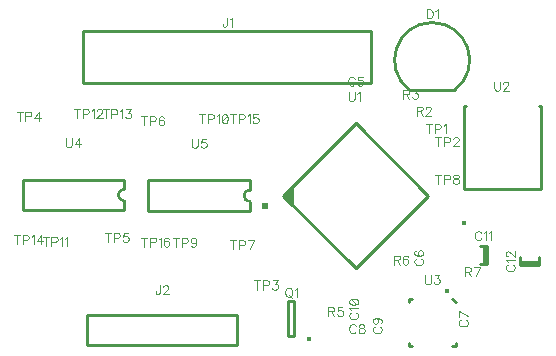
<source format=gbr>
G04 DipTrace 2.4.0.2*
%INTopSilk.gbr*%
%MOIN*%
%ADD10C,0.0098*%
%ADD31C,0.0154*%
%ADD34C,0.0237*%
%ADD37O,0.0154X0.0162*%
%ADD82C,0.0046*%
%FSLAX44Y44*%
G04*
G70*
G90*
G75*
G01*
%LNTopSilk*%
%LPD*%
X20179Y8002D2*
D10*
Y7372D1*
X20254Y8002D2*
Y7372D1*
Y8002D2*
X20018D1*
X20254Y7372D2*
X20018D1*
X22002Y7445D2*
X21372D1*
X22002Y7370D2*
X21372D1*
X22002D2*
Y7606D1*
X21372Y7370D2*
Y7606D1*
X19186Y13187D2*
X17688D1*
X19189Y13189D2*
G03X17685Y13189I-752J998D01*
G01*
X16409Y13427D2*
X6803D1*
Y15159D1*
X16409D1*
Y13427D1*
X6937Y5687D2*
X11937D1*
Y4687D1*
X6937D1*
Y5687D1*
D31*
X14334Y4879D3*
X13833Y4971D2*
D10*
Y6152D1*
X13636D1*
Y4971D1*
X13833D1*
X13466Y9660D2*
X15887Y12082D1*
X18309Y9660D1*
X15887Y7238D1*
X13466Y9660D1*
D34*
X12881Y9326D3*
G36*
X13482Y9655D2*
X13752Y9913D1*
X13482Y9655D1*
G37*
G36*
X13493Y9716D2*
X13827Y10050D1*
Y9271D1*
X13493Y9716D1*
G37*
X19484Y9890D2*
D10*
X22083D1*
X19484Y12646D2*
Y9890D1*
Y12646D2*
X19563D1*
X22083D2*
Y9890D1*
Y12646D2*
X22004D1*
D31*
X19494Y8741D3*
X19114Y6227D2*
D10*
X19232Y6109D1*
X17657Y6227D2*
Y6109D1*
Y6227D2*
X17776D1*
X17657Y4652D2*
X17776D1*
X17657D2*
Y4770D1*
X19232Y4652D2*
X19114D1*
X19232D2*
Y4770D1*
D37*
X18935Y6501D3*
X8177Y10197D2*
D10*
X4791D1*
X8177Y9174D2*
X4791D1*
Y10197D2*
Y9174D1*
X8177Y10197D2*
Y9882D1*
Y9489D2*
Y9174D1*
Y9882D2*
G03X8177Y9489I0J-197D01*
G01*
X12369Y10175D2*
X8983D1*
X12369Y9151D2*
X8983D1*
Y10175D2*
Y9151D1*
X12369Y10175D2*
Y9860D1*
Y9466D2*
Y9151D1*
Y9860D2*
G03X12369Y9466I0J-197D01*
G01*
X15857Y13564D2*
D82*
X15843Y13593D1*
X15814Y13621D1*
X15786Y13636D1*
X15728D1*
X15700Y13621D1*
X15671Y13593D1*
X15657Y13564D1*
X15642Y13521D1*
Y13449D1*
X15657Y13406D1*
X15671Y13377D1*
X15700Y13349D1*
X15728Y13334D1*
X15786D1*
X15814Y13349D1*
X15843Y13377D1*
X15857Y13406D1*
X16122Y13635D2*
X15979D1*
X15965Y13506D1*
X15979Y13521D1*
X16022Y13535D1*
X16065D1*
X16108Y13521D1*
X16137Y13492D1*
X16151Y13449D1*
Y13420D1*
X16137Y13377D1*
X16108Y13349D1*
X16065Y13334D1*
X16022D1*
X15979Y13349D1*
X15965Y13363D1*
X15950Y13392D1*
X17914Y7567D2*
X17886Y7553D1*
X17857Y7524D1*
X17843Y7495D1*
Y7438D1*
X17857Y7409D1*
X17886Y7381D1*
X17914Y7366D1*
X17957Y7352D1*
X18029D1*
X18072Y7366D1*
X18101Y7381D1*
X18129Y7409D1*
X18144Y7438D1*
Y7495D1*
X18129Y7524D1*
X18101Y7553D1*
X18072Y7567D1*
X17886Y7832D2*
X17857Y7817D1*
X17843Y7774D1*
Y7746D1*
X17857Y7703D1*
X17900Y7674D1*
X17972Y7660D1*
X18044D1*
X18101Y7674D1*
X18130Y7703D1*
X18144Y7746D1*
Y7760D1*
X18130Y7803D1*
X18101Y7832D1*
X18058Y7846D1*
X18044D1*
X18000Y7832D1*
X17972Y7803D1*
X17958Y7760D1*
Y7746D1*
X17972Y7703D1*
X18000Y7674D1*
X18044Y7660D1*
X19397Y5520D2*
X19369Y5506D1*
X19340Y5477D1*
X19325Y5449D1*
Y5391D1*
X19340Y5362D1*
X19369Y5334D1*
X19397Y5319D1*
X19440Y5305D1*
X19512D1*
X19555Y5319D1*
X19584Y5334D1*
X19612Y5362D1*
X19627Y5391D1*
Y5449D1*
X19612Y5477D1*
X19584Y5506D1*
X19555Y5520D1*
X19627Y5670D2*
X19326Y5814D1*
Y5613D1*
X15895Y5312D2*
X15880Y5341D1*
X15852Y5369D1*
X15823Y5384D1*
X15766D1*
X15737Y5369D1*
X15708Y5341D1*
X15694Y5312D1*
X15680Y5269D1*
Y5197D1*
X15694Y5154D1*
X15708Y5125D1*
X15737Y5097D1*
X15766Y5082D1*
X15823D1*
X15852Y5097D1*
X15880Y5125D1*
X15895Y5154D1*
X16059Y5383D2*
X16016Y5369D1*
X16002Y5341D1*
Y5312D1*
X16016Y5283D1*
X16045Y5269D1*
X16102Y5254D1*
X16145Y5240D1*
X16174Y5211D1*
X16188Y5183D1*
Y5140D1*
X16174Y5111D1*
X16159Y5097D1*
X16116Y5082D1*
X16059D1*
X16016Y5097D1*
X16002Y5111D1*
X15987Y5140D1*
Y5183D1*
X16002Y5211D1*
X16030Y5240D1*
X16073Y5254D1*
X16131Y5269D1*
X16159Y5283D1*
X16174Y5312D1*
Y5341D1*
X16159Y5369D1*
X16116Y5383D1*
X16059D1*
X16533Y5302D2*
X16505Y5288D1*
X16476Y5259D1*
X16462Y5231D1*
Y5173D1*
X16476Y5145D1*
X16505Y5116D1*
X16533Y5101D1*
X16577Y5087D1*
X16649D1*
X16691Y5101D1*
X16720Y5116D1*
X16749Y5145D1*
X16763Y5173D1*
Y5231D1*
X16749Y5259D1*
X16720Y5288D1*
X16691Y5302D1*
X16562Y5582D2*
X16605Y5567D1*
X16634Y5539D1*
X16649Y5495D1*
Y5481D1*
X16634Y5438D1*
X16605Y5410D1*
X16562Y5395D1*
X16548D1*
X16505Y5410D1*
X16476Y5438D1*
X16462Y5481D1*
Y5495D1*
X16476Y5539D1*
X16505Y5567D1*
X16562Y5582D1*
X16634D1*
X16706Y5567D1*
X16749Y5539D1*
X16763Y5495D1*
Y5467D1*
X16749Y5424D1*
X16720Y5410D1*
X15741Y5769D2*
X15713Y5754D1*
X15684Y5726D1*
X15670Y5697D1*
Y5640D1*
X15684Y5611D1*
X15713Y5582D1*
X15741Y5568D1*
X15785Y5553D1*
X15856D1*
X15899Y5568D1*
X15928Y5582D1*
X15957Y5611D1*
X15971Y5640D1*
Y5697D1*
X15957Y5726D1*
X15928Y5754D1*
X15899Y5769D1*
X15727Y5861D2*
X15713Y5890D1*
X15670Y5933D1*
X15971D1*
X15670Y6112D2*
X15684Y6069D1*
X15727Y6040D1*
X15799Y6026D1*
X15842D1*
X15914Y6040D1*
X15957Y6069D1*
X15971Y6112D1*
Y6141D1*
X15957Y6184D1*
X15914Y6212D1*
X15842Y6227D1*
X15799D1*
X15727Y6212D1*
X15684Y6184D1*
X15670Y6141D1*
Y6112D1*
X15727Y6212D2*
X15914Y6040D1*
X20079Y8409D2*
X20065Y8438D1*
X20036Y8466D1*
X20007Y8481D1*
X19950D1*
X19921Y8466D1*
X19892Y8438D1*
X19878Y8409D1*
X19864Y8366D1*
Y8294D1*
X19878Y8251D1*
X19892Y8222D1*
X19921Y8194D1*
X19950Y8179D1*
X20007D1*
X20036Y8194D1*
X20065Y8222D1*
X20079Y8251D1*
X20171Y8423D2*
X20200Y8438D1*
X20243Y8480D1*
Y8179D1*
X20336Y8423D2*
X20365Y8438D1*
X20408Y8480D1*
Y8179D1*
X20965Y7367D2*
X20936Y7352D1*
X20908Y7324D1*
X20893Y7295D1*
Y7238D1*
X20908Y7209D1*
X20936Y7180D1*
X20965Y7166D1*
X21008Y7151D1*
X21080D1*
X21123Y7166D1*
X21152Y7180D1*
X21180Y7209D1*
X21195Y7238D1*
Y7295D1*
X21180Y7324D1*
X21152Y7352D1*
X21123Y7367D1*
X20951Y7459D2*
X20936Y7488D1*
X20894Y7531D1*
X21195D1*
X20965Y7639D2*
X20951D1*
X20922Y7653D1*
X20908Y7667D1*
X20894Y7696D1*
Y7753D1*
X20908Y7782D1*
X20922Y7796D1*
X20951Y7811D1*
X20980D1*
X21008Y7796D1*
X21051Y7768D1*
X21195Y7624D1*
Y7825D1*
X18254Y15876D2*
Y15575D1*
X18355D1*
X18398Y15590D1*
X18427Y15618D1*
X18441Y15647D1*
X18455Y15690D1*
Y15762D1*
X18441Y15805D1*
X18427Y15833D1*
X18398Y15862D1*
X18355Y15876D1*
X18254D1*
X18548Y15819D2*
X18577Y15833D1*
X18620Y15876D1*
Y15575D1*
X11596Y15599D2*
Y15369D1*
X11582Y15326D1*
X11567Y15312D1*
X11538Y15297D1*
X11510D1*
X11481Y15312D1*
X11467Y15326D1*
X11452Y15369D1*
Y15398D1*
X11688Y15541D2*
X11717Y15556D1*
X11760Y15598D1*
Y15297D1*
X9362Y6676D2*
Y6446D1*
X9348Y6403D1*
X9333Y6389D1*
X9305Y6374D1*
X9276D1*
X9247Y6389D1*
X9233Y6403D1*
X9218Y6446D1*
Y6475D1*
X9469Y6604D2*
Y6618D1*
X9483Y6647D1*
X9498Y6661D1*
X9527Y6675D1*
X9584D1*
X9612Y6661D1*
X9627Y6647D1*
X9641Y6618D1*
Y6589D1*
X9627Y6560D1*
X9598Y6518D1*
X9455Y6374D1*
X9656D1*
X13632Y6591D2*
X13604Y6577D1*
X13575Y6548D1*
X13560Y6519D1*
X13546Y6476D1*
Y6405D1*
X13560Y6361D1*
X13575Y6333D1*
X13604Y6304D1*
X13632Y6290D1*
X13689D1*
X13718Y6304D1*
X13747Y6333D1*
X13761Y6361D1*
X13776Y6405D1*
Y6476D1*
X13761Y6519D1*
X13747Y6548D1*
X13718Y6577D1*
X13689Y6591D1*
X13632D1*
X13675Y6347D2*
X13761Y6261D1*
X13868Y6533D2*
X13897Y6548D1*
X13940Y6591D1*
Y6289D1*
X17918Y12492D2*
X18047D1*
X18090Y12507D1*
X18104Y12521D1*
X18119Y12549D1*
Y12578D1*
X18104Y12607D1*
X18090Y12621D1*
X18047Y12636D1*
X17918D1*
Y12334D1*
X18018Y12492D2*
X18119Y12334D1*
X18226Y12564D2*
Y12578D1*
X18240Y12607D1*
X18254Y12621D1*
X18283Y12635D1*
X18341D1*
X18369Y12621D1*
X18383Y12607D1*
X18398Y12578D1*
Y12549D1*
X18383Y12521D1*
X18355Y12478D1*
X18211Y12334D1*
X18412D1*
X17480Y13055D2*
X17609D1*
X17652Y13069D1*
X17667Y13083D1*
X17681Y13112D1*
Y13141D1*
X17667Y13169D1*
X17652Y13184D1*
X17609Y13198D1*
X17480D1*
Y12897D1*
X17581Y13055D2*
X17681Y12897D1*
X17803Y13198D2*
X17960D1*
X17874Y13083D1*
X17917D1*
X17946Y13069D1*
X17960Y13055D1*
X17975Y13011D1*
Y12983D1*
X17960Y12940D1*
X17932Y12911D1*
X17888Y12897D1*
X17845D1*
X17803Y12911D1*
X17788Y12926D1*
X17774Y12954D1*
X14980Y5805D2*
X15109D1*
X15152Y5819D1*
X15167Y5833D1*
X15181Y5862D1*
Y5891D1*
X15167Y5919D1*
X15152Y5934D1*
X15109Y5948D1*
X14980D1*
Y5647D1*
X15081Y5805D2*
X15181Y5647D1*
X15446Y5948D2*
X15303D1*
X15288Y5819D1*
X15303Y5833D1*
X15346Y5848D1*
X15388D1*
X15432Y5833D1*
X15460Y5805D1*
X15475Y5761D1*
Y5733D1*
X15460Y5690D1*
X15432Y5661D1*
X15388Y5647D1*
X15346D1*
X15303Y5661D1*
X15288Y5676D1*
X15274Y5704D1*
X17168Y7523D2*
X17297D1*
X17340Y7538D1*
X17354Y7552D1*
X17369Y7581D1*
Y7610D1*
X17354Y7638D1*
X17340Y7653D1*
X17297Y7667D1*
X17168D1*
Y7366D1*
X17268Y7523D2*
X17369Y7366D1*
X17633Y7624D2*
X17619Y7652D1*
X17576Y7667D1*
X17548D1*
X17504Y7652D1*
X17476Y7609D1*
X17461Y7538D1*
Y7466D1*
X17476Y7409D1*
X17504Y7380D1*
X17548Y7366D1*
X17562D1*
X17605Y7380D1*
X17633Y7409D1*
X17648Y7452D1*
Y7466D1*
X17633Y7509D1*
X17605Y7538D1*
X17562Y7552D1*
X17548D1*
X17504Y7538D1*
X17476Y7509D1*
X17461Y7466D1*
X19543Y7135D2*
X19672D1*
X19715Y7150D1*
X19729Y7164D1*
X19744Y7192D1*
Y7221D1*
X19729Y7250D1*
X19715Y7264D1*
X19672Y7279D1*
X19543D1*
Y6977D1*
X19643Y7135D2*
X19744Y6977D1*
X19894D2*
X20037Y7278D1*
X19836D1*
X18333Y12050D2*
Y11749D1*
X18232Y12050D2*
X18433D1*
X18526Y11892D2*
X18655D1*
X18698Y11906D1*
X18713Y11921D1*
X18727Y11950D1*
Y11993D1*
X18713Y12021D1*
X18698Y12036D1*
X18655Y12050D1*
X18526D1*
Y11749D1*
X18820Y11992D2*
X18848Y12007D1*
X18892Y12050D1*
Y11749D1*
X18643Y11613D2*
Y11311D1*
X18543Y11613D2*
X18744D1*
X18837Y11455D2*
X18966D1*
X19009Y11469D1*
X19023Y11484D1*
X19037Y11512D1*
Y11555D1*
X19023Y11584D1*
X19009Y11598D1*
X18966Y11613D1*
X18837D1*
Y11311D1*
X19145Y11541D2*
Y11555D1*
X19159Y11584D1*
X19173Y11598D1*
X19202Y11612D1*
X19259D1*
X19288Y11598D1*
X19302Y11584D1*
X19317Y11555D1*
Y11526D1*
X19302Y11497D1*
X19274Y11455D1*
X19130Y11311D1*
X19331D1*
X12612Y6838D2*
Y6537D1*
X12512Y6838D2*
X12713D1*
X12805Y6680D2*
X12935D1*
X12977Y6695D1*
X12992Y6709D1*
X13006Y6738D1*
Y6781D1*
X12992Y6809D1*
X12977Y6824D1*
X12935Y6838D1*
X12805D1*
Y6537D1*
X13128Y6838D2*
X13285D1*
X13199Y6723D1*
X13242D1*
X13271Y6709D1*
X13285Y6695D1*
X13300Y6652D1*
Y6623D1*
X13285Y6580D1*
X13257Y6551D1*
X13214Y6537D1*
X13170D1*
X13128Y6551D1*
X13113Y6566D1*
X13099Y6594D1*
X18644Y10363D2*
Y10061D1*
X18543Y10363D2*
X18744D1*
X18837Y10205D2*
X18966D1*
X19009Y10219D1*
X19023Y10234D1*
X19038Y10262D1*
Y10305D1*
X19023Y10334D1*
X19009Y10348D1*
X18966Y10363D1*
X18837D1*
Y10061D1*
X19202Y10362D2*
X19159Y10348D1*
X19145Y10319D1*
Y10291D1*
X19159Y10262D1*
X19188Y10247D1*
X19245Y10233D1*
X19288Y10219D1*
X19317Y10190D1*
X19331Y10162D1*
Y10118D1*
X19317Y10090D1*
X19302Y10075D1*
X19259Y10061D1*
X19202D1*
X19159Y10075D1*
X19145Y10090D1*
X19130Y10118D1*
Y10162D1*
X19145Y10190D1*
X19173Y10219D1*
X19216Y10233D1*
X19274Y10247D1*
X19302Y10262D1*
X19317Y10291D1*
Y10319D1*
X19302Y10348D1*
X19259Y10362D1*
X19202D1*
X15652Y13120D2*
Y12905D1*
X15667Y12862D1*
X15696Y12833D1*
X15739Y12819D1*
X15767D1*
X15810Y12833D1*
X15839Y12862D1*
X15853Y12905D1*
Y13120D1*
X15946Y13062D2*
X15975Y13077D1*
X16018Y13120D1*
Y12819D1*
X20502Y13469D2*
Y13254D1*
X20517Y13211D1*
X20545Y13182D1*
X20588Y13167D1*
X20617D1*
X20660Y13182D1*
X20689Y13211D1*
X20703Y13254D1*
Y13469D1*
X20810Y13397D2*
Y13411D1*
X20825Y13440D1*
X20839Y13454D1*
X20868Y13469D1*
X20925D1*
X20954Y13454D1*
X20968Y13440D1*
X20983Y13411D1*
Y13383D1*
X20968Y13354D1*
X20939Y13311D1*
X20796Y13167D1*
X20997D1*
X18198Y7021D2*
Y6805D1*
X18212Y6762D1*
X18241Y6734D1*
X18284Y6719D1*
X18312D1*
X18355Y6734D1*
X18384Y6762D1*
X18399Y6805D1*
Y7021D1*
X18520Y7020D2*
X18678D1*
X18592Y6906D1*
X18635D1*
X18663Y6891D1*
X18678Y6877D1*
X18692Y6834D1*
Y6805D1*
X18678Y6762D1*
X18649Y6734D1*
X18606Y6719D1*
X18563D1*
X18520Y6734D1*
X18506Y6748D1*
X18491Y6777D1*
X6229Y11582D2*
Y11366D1*
X6244Y11323D1*
X6273Y11295D1*
X6316Y11280D1*
X6344D1*
X6387Y11295D1*
X6416Y11323D1*
X6430Y11366D1*
Y11582D1*
X6667Y11280D2*
Y11581D1*
X6523Y11381D1*
X6738D1*
X10429Y11559D2*
Y11344D1*
X10443Y11301D1*
X10472Y11272D1*
X10515Y11258D1*
X10543D1*
X10586Y11272D1*
X10615Y11301D1*
X10630Y11344D1*
Y11559D1*
X10894D2*
X10751D1*
X10737Y11430D1*
X10751Y11444D1*
X10794Y11459D1*
X10837D1*
X10880Y11444D1*
X10909Y11416D1*
X10923Y11372D1*
Y11344D1*
X10909Y11301D1*
X10880Y11272D1*
X10837Y11258D1*
X10794D1*
X10751Y11272D1*
X10737Y11287D1*
X10722Y11315D1*
X4686Y12469D2*
Y12168D1*
X4586Y12469D2*
X4787D1*
X4880Y12311D2*
X5009D1*
X5052Y12326D1*
X5066Y12340D1*
X5081Y12369D1*
Y12412D1*
X5066Y12440D1*
X5052Y12455D1*
X5009Y12469D1*
X4880D1*
Y12168D1*
X5317D2*
Y12469D1*
X5173Y12268D1*
X5388D1*
X7635Y8420D2*
Y8119D1*
X7534Y8420D2*
X7735D1*
X7828Y8263D2*
X7957D1*
X8000Y8277D1*
X8015Y8291D1*
X8029Y8320D1*
Y8363D1*
X8015Y8392D1*
X8000Y8406D1*
X7957Y8420D1*
X7828D1*
Y8119D1*
X8294Y8420D2*
X8150D1*
X8136Y8291D1*
X8150Y8305D1*
X8193Y8320D1*
X8236D1*
X8279Y8305D1*
X8308Y8277D1*
X8322Y8234D1*
Y8205D1*
X8308Y8162D1*
X8279Y8133D1*
X8236Y8119D1*
X8193D1*
X8150Y8133D1*
X8136Y8148D1*
X8121Y8176D1*
X8832Y12311D2*
Y12009D1*
X8732Y12311D2*
X8933D1*
X9026Y12153D2*
X9155D1*
X9198Y12167D1*
X9212Y12182D1*
X9227Y12210D1*
Y12254D1*
X9212Y12282D1*
X9198Y12297D1*
X9155Y12311D1*
X9026D1*
Y12009D1*
X9491Y12268D2*
X9477Y12296D1*
X9434Y12311D1*
X9405D1*
X9362Y12296D1*
X9333Y12253D1*
X9319Y12182D1*
Y12110D1*
X9333Y12053D1*
X9362Y12024D1*
X9405Y12009D1*
X9420D1*
X9462Y12024D1*
X9491Y12053D1*
X9506Y12096D1*
Y12110D1*
X9491Y12153D1*
X9462Y12182D1*
X9420Y12196D1*
X9405D1*
X9362Y12182D1*
X9333Y12153D1*
X9319Y12110D1*
X11812Y8178D2*
Y7876D1*
X11711Y8178D2*
X11912D1*
X12005Y8020D2*
X12134D1*
X12177Y8034D1*
X12192Y8049D1*
X12206Y8077D1*
Y8120D1*
X12192Y8149D1*
X12177Y8163D1*
X12134Y8178D1*
X12005D1*
Y7876D1*
X12356D2*
X12500Y8177D1*
X12299D1*
X9897Y8259D2*
Y7958D1*
X9797Y8259D2*
X9998D1*
X10090Y8102D2*
X10219D1*
X10262Y8116D1*
X10277Y8130D1*
X10291Y8159D1*
Y8202D1*
X10277Y8231D1*
X10262Y8245D1*
X10219Y8259D1*
X10090D1*
Y7958D1*
X10570Y8159D2*
X10556Y8116D1*
X10527Y8087D1*
X10484Y8073D1*
X10470D1*
X10427Y8087D1*
X10398Y8116D1*
X10384Y8159D1*
Y8173D1*
X10398Y8216D1*
X10427Y8245D1*
X10470Y8259D1*
X10484D1*
X10527Y8245D1*
X10556Y8216D1*
X10570Y8159D1*
Y8087D1*
X10556Y8015D1*
X10527Y7972D1*
X10484Y7958D1*
X10456D1*
X10413Y7972D1*
X10398Y8001D1*
X10775Y12384D2*
Y12083D1*
X10674Y12384D2*
X10875D1*
X10968Y12227D2*
X11097D1*
X11140Y12241D1*
X11154Y12255D1*
X11169Y12284D1*
Y12327D1*
X11154Y12356D1*
X11140Y12370D1*
X11097Y12384D1*
X10968D1*
Y12083D1*
X11261Y12327D2*
X11290Y12341D1*
X11333Y12384D1*
Y12083D1*
X11512Y12384D2*
X11469Y12370D1*
X11440Y12327D1*
X11426Y12255D1*
Y12212D1*
X11440Y12140D1*
X11469Y12097D1*
X11512Y12083D1*
X11541D1*
X11584Y12097D1*
X11612Y12140D1*
X11627Y12212D1*
Y12255D1*
X11612Y12327D1*
X11584Y12370D1*
X11541Y12384D1*
X11512D1*
X11612Y12327D2*
X11440Y12140D1*
X5556Y8292D2*
Y7991D1*
X5456Y8292D2*
X5657D1*
X5749Y8134D2*
X5879D1*
X5922Y8148D1*
X5936Y8163D1*
X5950Y8192D1*
Y8235D1*
X5936Y8263D1*
X5922Y8278D1*
X5879Y8292D1*
X5749D1*
Y7991D1*
X6043Y8234D2*
X6072Y8249D1*
X6115Y8292D1*
Y7991D1*
X6208Y8234D2*
X6236Y8249D1*
X6280Y8292D1*
Y7991D1*
X6598Y12554D2*
Y12252D1*
X6497Y12554D2*
X6698D1*
X6791Y12396D2*
X6920D1*
X6963Y12410D1*
X6977Y12425D1*
X6992Y12453D1*
Y12496D1*
X6977Y12525D1*
X6963Y12540D1*
X6920Y12554D1*
X6791D1*
Y12252D1*
X7084Y12496D2*
X7113Y12511D1*
X7156Y12554D1*
Y12252D1*
X7263Y12482D2*
Y12496D1*
X7278Y12525D1*
X7292Y12539D1*
X7321Y12554D1*
X7378D1*
X7407Y12539D1*
X7421Y12525D1*
X7436Y12496D1*
Y12468D1*
X7421Y12439D1*
X7392Y12396D1*
X7249Y12252D1*
X7450D1*
X7552Y12544D2*
Y12242D1*
X7451Y12544D2*
X7652D1*
X7745Y12386D2*
X7874D1*
X7917Y12400D1*
X7931Y12415D1*
X7946Y12443D1*
Y12486D1*
X7931Y12515D1*
X7917Y12529D1*
X7874Y12544D1*
X7745D1*
Y12242D1*
X8038Y12486D2*
X8067Y12500D1*
X8110Y12543D1*
Y12242D1*
X8232Y12543D2*
X8389D1*
X8303Y12429D1*
X8346D1*
X8375Y12414D1*
X8389Y12400D1*
X8404Y12357D1*
Y12328D1*
X8389Y12285D1*
X8361Y12256D1*
X8318Y12242D1*
X8274D1*
X8232Y12256D1*
X8217Y12271D1*
X8203Y12300D1*
X4599Y8351D2*
Y8049D1*
X4498Y8351D2*
X4699D1*
X4792Y8193D2*
X4921D1*
X4964Y8207D1*
X4978Y8222D1*
X4993Y8250D1*
Y8293D1*
X4978Y8322D1*
X4964Y8336D1*
X4921Y8351D1*
X4792D1*
Y8049D1*
X5085Y8293D2*
X5114Y8308D1*
X5157Y8350D1*
Y8049D1*
X5394D2*
Y8350D1*
X5250Y8150D1*
X5465D1*
X11801Y12383D2*
Y12081D1*
X11700Y12383D2*
X11901D1*
X11994Y12225D2*
X12123D1*
X12166Y12239D1*
X12180Y12254D1*
X12195Y12282D1*
Y12325D1*
X12180Y12354D1*
X12166Y12369D1*
X12123Y12383D1*
X11994D1*
Y12081D1*
X12287Y12325D2*
X12316Y12340D1*
X12359Y12383D1*
Y12081D1*
X12624Y12383D2*
X12481D1*
X12466Y12254D1*
X12481Y12268D1*
X12524Y12282D1*
X12567D1*
X12610Y12268D1*
X12639Y12239D1*
X12653Y12196D1*
Y12168D1*
X12639Y12125D1*
X12610Y12096D1*
X12567Y12081D1*
X12524D1*
X12481Y12096D1*
X12466Y12110D1*
X12452Y12139D1*
X8837Y8269D2*
Y7967D1*
X8736Y8269D2*
X8937D1*
X9030Y8111D2*
X9159D1*
X9202Y8125D1*
X9217Y8140D1*
X9231Y8168D1*
Y8211D1*
X9217Y8240D1*
X9202Y8254D1*
X9159Y8269D1*
X9030D1*
Y7967D1*
X9323Y8211D2*
X9352Y8226D1*
X9395Y8268D1*
Y7967D1*
X9660Y8226D2*
X9646Y8254D1*
X9603Y8268D1*
X9574D1*
X9531Y8254D1*
X9502Y8211D1*
X9488Y8139D1*
Y8068D1*
X9502Y8010D1*
X9531Y7982D1*
X9574Y7967D1*
X9589D1*
X9631Y7982D1*
X9660Y8010D1*
X9674Y8054D1*
Y8068D1*
X9660Y8111D1*
X9631Y8139D1*
X9589Y8154D1*
X9574D1*
X9531Y8139D1*
X9502Y8111D1*
X9488Y8068D1*
M02*

</source>
